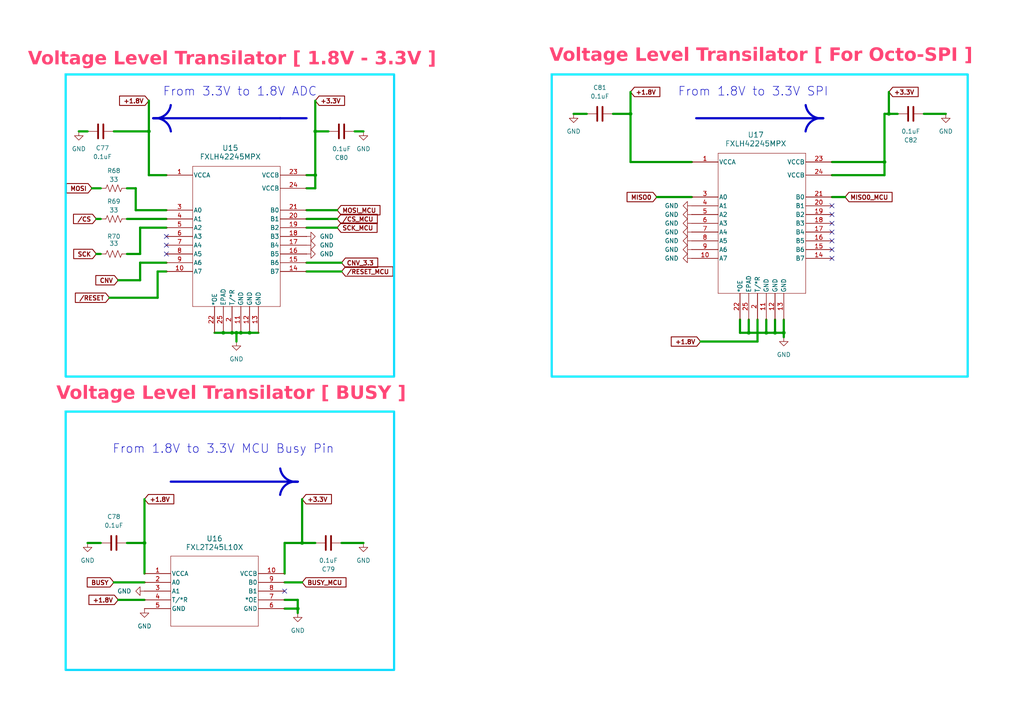
<source format=kicad_sch>
(kicad_sch (version 20250114) (generator "eeschema") (generator_version "9.0")
  (paper "A4")
  (title_block (title "NanoPulse - Violtage Translator") (date "2025-07-11") (rev "Rev1") (company "N-Well Labs\n\n"))
  (lib_symbols
    (symbol "FXLH42245MPX_1" (pin_names (offset 0.254))
      (property "Reference" "U15" (at 41.402 -11.176 0))
      (property "Value" "FXLH42245MPX" (at 41.402 -13.716 0))
      (symbol "FXLH42245MPX_1_0_1"
        (polyline (pts (xy 30.48 -16.51) (xy 30.48 -57.15)) (stroke (width 0.127)))
        (polyline (pts (xy 30.48 -57.15) (xy 55.88 -57.15)) (stroke (width 0.127)))
        (polyline (pts (xy 55.88 -16.51) (xy 30.48 -16.51)) (stroke (width 0.127)))
        (polyline (pts (xy 55.88 -57.15) (xy 55.88 -16.51)) (stroke (width 0.127)))
        (pin power_in line (at 22.86 -19.05 0) (length 7.62) (name "VCCA") (number "1"))
        (pin bidirectional line (at 22.86 -29.21 0) (length 7.62) (name "A0") (number "3"))
        (pin bidirectional line (at 22.86 -31.75 0) (length 7.62) (name "A1") (number "4"))
        (pin bidirectional line (at 22.86 -34.29 0) (length 7.62) (name "A2") (number "5"))
        (pin bidirectional line (at 22.86 -36.83 0) (length 7.62) (name "A3") (number "6"))
        (pin bidirectional line (at 22.86 -39.37 0) (length 7.62) (name "A4") (number "7"))
        (pin bidirectional line (at 22.86 -41.91 0) (length 7.62) (name "A5") (number "8"))
        (pin bidirectional line (at 22.86 -44.45 0) (length 7.62) (name "A6") (number "9"))
        (pin bidirectional line (at 22.86 -46.99 0) (length 7.62) (name "A7") (number "10"))
        (pin power_in line (at 63.5 -19.05 180) (length 7.62) (name "VCCB") (number "23"))
        (pin power_in line (at 63.5 -22.86 180) (length 7.62) (name "VCCB") (number "24"))
        (pin bidirectional line (at 63.5 -29.21 180) (length 7.62) (name "B0") (number "21"))
        (pin bidirectional line (at 63.5 -31.75 180) (length 7.62) (name "B1") (number "20"))
        (pin bidirectional line (at 63.5 -34.29 180) (length 7.62) (name "B2") (number "19"))
        (pin bidirectional line (at 63.5 -36.83 180) (length 7.62) (name "B3") (number "18"))
        (pin bidirectional line (at 63.5 -39.37 180) (length 7.62) (name "B4") (number "17"))
        (pin bidirectional line (at 63.5 -41.91 180) (length 7.62) (name "B5") (number "16"))
        (pin bidirectional line (at 63.5 -44.45 180) (length 7.62) (name "B6") (number "15"))
        (pin bidirectional line (at 63.5 -46.99 180) (length 7.62) (name "B7") (number "14"))
      )
      (symbol "FXLH42245MPX_1_1_1"
        (pin power_in line (at 36.83 -64.77 90) (length 7.62) (name "*OE") (number "22"))
        (pin passive line (at 39.37 -64.77 90) (length 7.62) (name "EPAD") (number "25"))
        (pin power_in line (at 41.91 -64.77 90) (length 7.62) (name "T/*R") (number "2"))
        (pin power_in line (at 44.45 -64.77 90) (length 7.62) (name "GND") (number "11"))
        (pin power_in line (at 46.99 -64.77 90) (length 7.62) (name "GND") (number "12"))
        (pin power_in line (at 49.53 -64.77 90) (length 7.62) (name "GND") (number "13"))
      )
    )
    (symbol "majed-symbols:C" (pin_numbers (hide yes)) (pin_names (offset 0.254))
      (property "Reference" "C" (at 0.635 2.54 0))
      (property "Value" "C" (at 0.635 -2.54 0))
      (symbol "C_0_1"
        (polyline (pts (xy -2.032 0.762) (xy 2.032 0.762)) (stroke (width 0.508)))
        (polyline (pts (xy -2.032 -0.762) (xy 2.032 -0.762)) (stroke (width 0.508)))
      )
      (symbol "C_1_1"
        (pin passive line (at 0 3.81 270) (length 2.794) (name "~") (number "1"))
        (pin passive line (at 0 -3.81 90) (length 2.794) (name "~") (number "2"))
      )
    )
    (symbol "majed-symbols:FXL2T245L10X" (pin_names (offset 0.254))
      (property "Reference" "U16" (at 20.32 10.16 0))
      (property "Value" "FXL2T245L10X" (at 20.32 7.62 0))
      (symbol "FXL2T245L10X_0_1"
        (polyline (pts (xy 7.62 5.08) (xy 7.62 -15.24)) (stroke (width 0.127)))
        (polyline (pts (xy 7.62 -15.24) (xy 33.02 -15.24)) (stroke (width 0.127)))
        (polyline (pts (xy 33.02 5.08) (xy 7.62 5.08)) (stroke (width 0.127)))
        (polyline (pts (xy 33.02 -15.24) (xy 33.02 5.08)) (stroke (width 0.127)))
        (pin power_in line (at 0 0 0) (length 7.62) (name "VCCA") (number "1"))
        (pin bidirectional line (at 0 -2.54 0) (length 7.62) (name "A0") (number "2"))
        (pin power_in line (at 40.64 0 180) (length 7.62) (name "VCCB") (number "10"))
        (pin bidirectional line (at 40.64 -2.54 180) (length 7.62) (name "B0") (number "9"))
      )
      (symbol "FXL2T245L10X_1_1"
        (pin bidirectional line (at 0 -5.08 0) (length 7.62) (name "A1") (number "3"))
        (pin power_in line (at 0 -7.62 0) (length 7.62) (name "T/*R") (number "4"))
        (pin power_in line (at 0 -10.16 0) (length 7.62) (name "GND") (number "5"))
        (pin bidirectional line (at 40.64 -5.08 180) (length 7.62) (name "B1") (number "8"))
        (pin passive line (at 40.64 -7.62 180) (length 7.62) (name "*OE") (number "7"))
        (pin power_in line (at 40.64 -10.16 180) (length 7.62) (name "GND") (number "6"))
      )
    )
    (symbol "majed-symbols:FXLH42245MPX" (pin_names (offset 0.254))
      (property "Reference" "U15" (at 41.402 -11.176 0))
      (property "Value" "FXLH42245MPX" (at 41.402 -13.716 0))
      (symbol "FXLH42245MPX_0_1"
        (polyline (pts (xy 30.48 -16.51) (xy 30.48 -57.15)) (stroke (width 0.127)))
        (polyline (pts (xy 30.48 -57.15) (xy 55.88 -57.15)) (stroke (width 0.127)))
        (polyline (pts (xy 55.88 -16.51) (xy 30.48 -16.51)) (stroke (width 0.127)))
        (polyline (pts (xy 55.88 -57.15) (xy 55.88 -16.51)) (stroke (width 0.127)))
        (pin power_in line (at 22.86 -19.05 0) (length 7.62) (name "VCCA") (number "1"))
        (pin bidirectional line (at 22.86 -29.21 0) (length 7.62) (name "A0") (number "3"))
        (pin bidirectional line (at 22.86 -31.75 0) (length 7.62) (name "A1") (number "4"))
        (pin bidirectional line (at 22.86 -34.29 0) (length 7.62) (name "A2") (number "5"))
        (pin bidirectional line (at 22.86 -36.83 0) (length 7.62) (name "A3") (number "6"))
        (pin bidirectional line (at 22.86 -39.37 0) (length 7.62) (name "A4") (number "7"))
        (pin bidirectional line (at 22.86 -41.91 0) (length 7.62) (name "A5") (number "8"))
        (pin bidirectional line (at 22.86 -44.45 0) (length 7.62) (name "A6") (number "9"))
        (pin bidirectional line (at 22.86 -46.99 0) (length 7.62) (name "A7") (number "10"))
        (pin power_in line (at 63.5 -19.05 180) (length 7.62) (name "VCCB") (number "23"))
        (pin power_in line (at 63.5 -22.86 180) (length 7.62) (name "VCCB") (number "24"))
        (pin bidirectional line (at 63.5 -29.21 180) (length 7.62) (name "B0") (number "21"))
        (pin bidirectional line (at 63.5 -31.75 180) (length 7.62) (name "B1") (number "20"))
        (pin bidirectional line (at 63.5 -34.29 180) (length 7.62) (name "B2") (number "19"))
        (pin bidirectional line (at 63.5 -36.83 180) (length 7.62) (name "B3") (number "18"))
        (pin bidirectional line (at 63.5 -39.37 180) (length 7.62) (name "B4") (number "17"))
        (pin bidirectional line (at 63.5 -41.91 180) (length 7.62) (name "B5") (number "16"))
        (pin bidirectional line (at 63.5 -44.45 180) (length 7.62) (name "B6") (number "15"))
        (pin bidirectional line (at 63.5 -46.99 180) (length 7.62) (name "B7") (number "14"))
      )
      (symbol "FXLH42245MPX_1_1"
        (pin power_in line (at 36.83 -64.77 90) (length 7.62) (name "*OE") (number "22"))
        (pin passive line (at 39.37 -64.77 90) (length 7.62) (name "EPAD") (number "25"))
        (pin power_in line (at 41.91 -64.77 90) (length 7.62) (name "T/*R") (number "2"))
        (pin power_in line (at 44.45 -64.77 90) (length 7.62) (name "GND") (number "11"))
        (pin power_in line (at 46.99 -64.77 90) (length 7.62) (name "GND") (number "12"))
        (pin power_in line (at 49.53 -64.77 90) (length 7.62) (name "GND") (number "13"))
      )
    )
    (symbol "majed-symbols:GND" (power) (pin_numbers (hide yes)) (pin_names (offset 0) (hide yes))
      (property "Value" "GND" (at 0 -3.81 0))
      (symbol "GND_0_1"
        (polyline (pts (xy 0 0) (xy 0 -1.27) (xy 1.27 -1.27) (xy 0 -2.54) (xy -1.27 -1.27) (xy 0 -1.27)))
      )
      (symbol "GND_1_1"
        (pin power_in line (at 0 0 270) (length 0) (name "~") (number "1"))
      )
    )
    (symbol "majed-symbols:R_US" (pin_numbers (hide yes)) (pin_names (offset 0))
      (property "Reference" "R" (at 2.54 0 90))
      (property "Value" "R_US" (at -2.54 0 90))
      (symbol "R_US_0_1"
        (polyline (pts (xy 0 2.286) (xy 0 2.54)))
        (polyline (pts (xy 0 2.286) (xy 1.016 1.905) (xy 0 1.524) (xy -1.016 1.143) (xy 0 0.762)))
        (polyline (pts (xy 0 0.762) (xy 1.016 0.381) (xy 0 0) (xy -1.016 -0.381) (xy 0 -0.762)))
        (polyline (pts (xy 0 -0.762) (xy 1.016 -1.143) (xy 0 -1.524) (xy -1.016 -1.905) (xy 0 -2.286)))
        (polyline (pts (xy 0 -2.286) (xy 0 -2.54)))
      )
      (symbol "R_US_1_1"
        (pin passive line (at 0 3.81 270) (length 1.27) (name "~") (number "1"))
        (pin passive line (at 0 -3.81 90) (length 1.27) (name "~") (number "2"))
      )
    )
  )
  (arc (start 81.2523 143.5239) (mid 83.0022 140.5659) (end 86.3323 139.7139) (stroke (width 0.635)))
  (arc (start 44.4777 34.3039) (mid 47.8117 35.1534) (end 49.5577 38.1139) (stroke (width 0.635)))
  (arc (start 238.76 34.29) (mid 235.4309 33.4371) (end 233.68 30.48) (stroke (width 0.635)))
  (rectangle (start 19.05 21.59) (end 114.3 109.22) (stroke (width 0.635) (color 14 220 255 1)))
  (arc (start 86.36 139.7) (mid 83.0309 138.8471) (end 81.28 135.89) (stroke (width 0.635)))
  (arc (start 233.6523 38.1139) (mid 235.4022 35.1559) (end 238.7323 34.3039) (stroke (width 0.635)))
  (arc (start 49.53 30.48) (mid 47.7801 33.438) (end 44.45 34.29) (stroke (width 0.635)))
  (rectangle (start 19.05 119.38) (end 114.3 194.31) (stroke (width 0.635) (color 14 220 255 1)))
  (rectangle (start 160.02 21.59) (end 280.67 109.22) (stroke (width 0.635) (color 14 220 255 1)))
  (text "Voltage Level Transilator [ BUSY ]" (at 67.056 115.316 0) (effects (font (size 3.81 3.81) (bold yes))))
  (text "Voltage Level Transilator [ 1.8V - 3.3V ]" (at 67.31 18.288 0) (effects (font (size 3.81 3.81) (bold yes))))
  (text "Voltage Level Transilator [ For Octo-SPI ]" (at 220.726 17.272 0) (effects (font (size 3.81 3.81) (bold yes))))
  (text "From 3.3V to 1.8V ADC" (at 69.596 26.67 0) (effects (font (size 2.54 2.54))))
  (text "From 1.8V to 3.3V MCU Busy Pin" (at 64.77 130.302 0) (effects (font (size 2.54 2.54))))
  (text "From 1.8V to 3.3V SPI" (at 218.44 26.67 0) (effects (font (size 2.54 2.54))))
  (junction (at 43.18 38.1))
  (junction (at 86.36 176.53))
  (junction (at 67.31 96.52))
  (junction (at 41.91 157.48))
  (junction (at 217.17 96.52))
  (junction (at 222.25 96.52))
  (junction (at 87.63 157.48))
  (junction (at 224.79 96.52))
  (junction (at 69.85 96.52))
  (junction (at 182.88 33.02))
  (junction (at 256.54 46.99))
  (junction (at 64.77 96.52))
  (junction (at 227.33 96.52))
  (junction (at 91.44 38.1))
  (junction (at 257.81 33.02))
  (junction (at 72.39 96.52))
  (junction (at 91.44 50.8))
  (junction (at 68.58 96.52))
  (no_connect (at 241.3 69.85))
  (no_connect (at 241.3 67.31))
  (no_connect (at 241.3 62.23))
  (no_connect (at 241.3 59.69))
  (no_connect (at 241.3 72.39))
  (no_connect (at 48.26 68.58))
  (no_connect (at 48.26 73.66))
  (no_connect (at 241.3 74.93))
  (no_connect (at 241.3 64.77))
  (no_connect (at 48.26 71.12))
  (no_connect (at 82.55 171.45))
  (wire (pts (xy 91.44 157.48) (xy 87.63 157.48)) (stroke (width 0.635)))
  (wire (pts (xy 36.83 73.66) (xy 40.64 73.66)) (stroke (width 0.635)))
  (wire (pts (xy 182.88 26.67) (xy 182.88 33.02)) (stroke (width 0.635)))
  (wire (pts (xy 82.55 157.48) (xy 82.55 166.37)) (stroke (width 0.635)))
  (polyline (pts (xy 81.28 34.29) (xy 44.45 34.29)) (stroke (width 0.635)))
  (wire (pts (xy 241.3 46.99) (xy 256.54 46.99)) (stroke (width 0.635)))
  (wire (pts (xy 95.25 38.1) (xy 91.44 38.1)) (stroke (width 0.635)))
  (wire (pts (xy 224.79 92.71) (xy 224.79 96.52)) (stroke (width 0.635)))
  (wire (pts (xy 182.88 33.02) (xy 182.88 46.99)) (stroke (width 0.635)))
  (wire (pts (xy 86.36 176.53) (xy 86.36 177.8)) (stroke (width 0.635)))
  (polyline (pts (xy 201.93 34.29) (xy 238.76 34.29)) (stroke (width 0.635)))
  (wire (pts (xy 43.18 50.8) (xy 48.26 50.8)) (stroke (width 0.635)))
  (wire (pts (xy 67.31 96.52) (xy 68.58 96.52)) (stroke (width 0.635)))
  (wire (pts (xy 177.8 33.02) (xy 182.88 33.02)) (stroke (width 0.635)))
  (wire (pts (xy 99.06 76.2) (xy 88.9 76.2)) (stroke (width 0.635)))
  (wire (pts (xy 97.79 63.5) (xy 88.9 63.5)) (stroke (width 0.635)))
  (wire (pts (xy 203.2 99.06) (xy 219.71 99.06)) (stroke (width 0.635)))
  (wire (pts (xy 41.91 157.48) (xy 41.91 166.37)) (stroke (width 0.635)))
  (wire (pts (xy 91.44 29.21) (xy 91.44 38.1)) (stroke (width 0.635)))
  (wire (pts (xy 91.44 50.8) (xy 91.44 54.61)) (stroke (width 0.635)))
  (wire (pts (xy 36.83 54.61) (xy 39.37 54.61)) (stroke (width 0.635)))
  (wire (pts (xy 88.9 50.8) (xy 91.44 50.8)) (stroke (width 0.635)))
  (wire (pts (xy 214.63 96.52) (xy 217.17 96.52)) (stroke (width 0.635)))
  (wire (pts (xy 87.63 144.78) (xy 87.63 157.48)) (stroke (width 0.635)))
  (wire (pts (xy 34.29 81.28) (xy 40.64 81.28)) (stroke (width 0.635)))
  (wire (pts (xy 48.26 78.74) (xy 45.72 78.74)) (stroke (width 0.635)))
  (wire (pts (xy 86.36 173.99) (xy 86.36 176.53)) (stroke (width 0.635)))
  (wire (pts (xy 82.55 173.99) (xy 86.36 173.99)) (stroke (width 0.635)))
  (wire (pts (xy 39.37 60.96) (xy 48.26 60.96)) (stroke (width 0.635)))
  (wire (pts (xy 260.35 33.02) (xy 257.81 33.02)) (stroke (width 0.635)))
  (wire (pts (xy 91.44 54.61) (xy 88.9 54.61)) (stroke (width 0.635)))
  (wire (pts (xy 166.37 33.02) (xy 170.18 33.02)) (stroke (width 0.635)))
  (wire (pts (xy 48.26 76.2) (xy 40.64 76.2)) (stroke (width 0.635)))
  (wire (pts (xy 41.91 144.78) (xy 41.91 157.48)) (stroke (width 0.635)))
  (wire (pts (xy 217.17 92.71) (xy 217.17 96.52)) (stroke (width 0.635)))
  (wire (pts (xy 256.54 33.02) (xy 256.54 46.99)) (stroke (width 0.635)))
  (wire (pts (xy 222.25 92.71) (xy 222.25 96.52)) (stroke (width 0.635)))
  (wire (pts (xy 68.58 99.06) (xy 68.58 96.52)) (stroke (width 0.635)))
  (wire (pts (xy 214.63 96.52) (xy 214.63 92.71)) (stroke (width 0.635)))
  (polyline (pts (xy 81.28 34.29) (xy 88.9 34.29)) (stroke (width 0.635)))
  (wire (pts (xy 29.21 73.66) (xy 27.94 73.66)) (stroke (width 0.635)))
  (wire (pts (xy 227.33 97.79) (xy 227.33 96.52)) (stroke (width 0.635)))
  (wire (pts (xy 200.66 46.99) (xy 182.88 46.99)) (stroke (width 0.635)))
  (wire (pts (xy 82.55 157.48) (xy 87.63 157.48)) (stroke (width 0.635)))
  (wire (pts (xy 72.39 96.52) (xy 74.93 96.52)) (stroke (width 0.635)))
  (wire (pts (xy 26.67 54.61) (xy 29.21 54.61)) (stroke (width 0.635)))
  (wire (pts (xy 43.18 38.1) (xy 43.18 50.8)) (stroke (width 0.635)))
  (wire (pts (xy 45.72 86.36) (xy 31.75 86.36)) (stroke (width 0.635)))
  (wire (pts (xy 97.79 60.96) (xy 88.9 60.96)) (stroke (width 0.635)))
  (wire (pts (xy 105.41 157.48) (xy 99.06 157.48)) (stroke (width 0.635)))
  (wire (pts (xy 33.02 168.91) (xy 41.91 168.91)) (stroke (width 0.635)))
  (wire (pts (xy 257.81 26.67) (xy 257.81 33.02)) (stroke (width 0.635)))
  (wire (pts (xy 97.79 66.04) (xy 88.9 66.04)) (stroke (width 0.635)))
  (wire (pts (xy 190.5 57.15) (xy 200.66 57.15)) (stroke (width 0.635)))
  (wire (pts (xy 105.41 38.1) (xy 102.87 38.1)) (stroke (width 0.635)))
  (wire (pts (xy 227.33 92.71) (xy 227.33 96.52)) (stroke (width 0.635)))
  (wire (pts (xy 45.72 78.74) (xy 45.72 86.36)) (stroke (width 0.635)))
  (wire (pts (xy 91.44 38.1) (xy 91.44 50.8)) (stroke (width 0.635)))
  (wire (pts (xy 217.17 96.52) (xy 222.25 96.52)) (stroke (width 0.635)))
  (wire (pts (xy 43.18 29.21) (xy 43.18 38.1)) (stroke (width 0.635)))
  (wire (pts (xy 62.23 96.52) (xy 64.77 96.52)) (stroke (width 0.635)))
  (wire (pts (xy 224.79 96.52) (xy 227.33 96.52)) (stroke (width 0.635)))
  (wire (pts (xy 241.3 50.8) (xy 256.54 50.8)) (stroke (width 0.635)))
  (wire (pts (xy 99.06 78.74) (xy 88.9 78.74)) (stroke (width 0.635)))
  (wire (pts (xy 245.11 57.15) (xy 241.3 57.15)) (stroke (width 0.635)))
  (wire (pts (xy 40.64 73.66) (xy 40.64 66.04)) (stroke (width 0.635)))
  (wire (pts (xy 219.71 99.06) (xy 219.71 92.71)) (stroke (width 0.635)))
  (wire (pts (xy 64.77 96.52) (xy 67.31 96.52)) (stroke (width 0.635)))
  (wire (pts (xy 256.54 46.99) (xy 256.54 50.8)) (stroke (width 0.635)))
  (wire (pts (xy 69.85 96.52) (xy 72.39 96.52)) (stroke (width 0.635)))
  (wire (pts (xy 82.55 176.53) (xy 86.36 176.53)) (stroke (width 0.635)))
  (wire (pts (xy 87.63 168.91) (xy 82.55 168.91)) (stroke (width 0.635)))
  (wire (pts (xy 34.29 173.99) (xy 41.91 173.99)) (stroke (width 0.635)))
  (wire (pts (xy 39.37 54.61) (xy 39.37 60.96)) (stroke (width 0.635)))
  (wire (pts (xy 274.32 33.02) (xy 267.97 33.02)) (stroke (width 0.635)))
  (wire (pts (xy 40.64 66.04) (xy 48.26 66.04)) (stroke (width 0.635)))
  (wire (pts (xy 41.91 157.48) (xy 36.83 157.48)) (stroke (width 0.635)))
  (wire (pts (xy 33.02 38.1) (xy 43.18 38.1)) (stroke (width 0.635)))
  (polyline (pts (xy 49.53 139.7) (xy 86.36 139.7)) (stroke (width 0.635)))
  (wire (pts (xy 40.64 76.2) (xy 40.64 81.28)) (stroke (width 0.635)))
  (wire (pts (xy 68.58 96.52) (xy 69.85 96.52)) (stroke (width 0.635)))
  (wire (pts (xy 29.21 63.5) (xy 27.94 63.5)) (stroke (width 0.635)))
  (wire (pts (xy 25.4 157.48) (xy 29.21 157.48)) (stroke (width 0.635)))
  (wire (pts (xy 36.83 63.5) (xy 48.26 63.5)) (stroke (width 0.635)))
  (wire (pts (xy 222.25 96.52) (xy 224.79 96.52)) (stroke (width 0.635)))
  (wire (pts (xy 22.86 38.1) (xy 25.4 38.1)) (stroke (width 0.635)))
  (wire (pts (xy 257.81 33.02) (xy 256.54 33.02)) (stroke (width 0.635)))
  (global_label "MISO0_MCU" (shape input) (at 245.11 57.15 0) (effects (font (bold yes))) (property "Intersheetrefs" "${INTERSHEET_REFS}" (effects (hide yes))))
  (global_label "+3.3V" (shape input) (at 91.44 29.21 0) (effects (font (bold yes))) (property "Intersheetrefs" "${INTERSHEET_REFS}" (effects (hide yes))))
  (global_label "BUSY_MCU" (shape input) (at 87.63 168.91 0) (effects (font (bold yes))) (property "Intersheetrefs" "${INTERSHEET_REFS}" (effects (hide yes))) (property "Disc" "VIO" (effects (hide yes))))
  (global_label "+1.8V" (shape input) (at 182.88 26.67 0) (effects (font (bold yes))) (property "Intersheetrefs" "${INTERSHEET_REFS}" (effects (hide yes))) (property "Disc" "VIO" (effects (hide yes))))
  (global_label "MOSI_MCU" (shape input) (at 97.79 60.96 0) (effects (font (bold yes))) (property "Intersheetrefs" "${INTERSHEET_REFS}" (effects (hide yes))))
  (global_label "{slash}RESET" (shape input) (at 31.75 86.36 180) (effects (font (bold yes))) (property "Intersheetrefs" "${INTERSHEET_REFS}" (effects (hide yes))))
  (global_label "+1.8V" (shape input) (at 43.18 29.21 180) (effects (font (bold yes))) (property "Intersheetrefs" "${INTERSHEET_REFS}" (effects (hide yes))) (property "Disc" "VIO" (effects (hide yes))))
  (global_label "+1.8V" (shape input) (at 41.91 144.78 0) (effects (font (bold yes))) (property "Intersheetrefs" "${INTERSHEET_REFS}" (effects (hide yes))) (property "Disc" "VIO" (effects (hide yes))))
  (global_label "BUSY" (shape input) (at 33.02 168.91 180) (effects (font (bold yes))) (property "Intersheetrefs" "${INTERSHEET_REFS}" (effects (hide yes))) (property "Disc" "VIO" (effects (hide yes))))
  (global_label "CNV" (shape input) (at 34.29 81.28 180) (effects (font (bold yes))) (property "Intersheetrefs" "${INTERSHEET_REFS}" (effects (hide yes))))
  (global_label "+3.3V" (shape input) (at 257.81 26.67 0) (effects (font (bold yes))) (property "Intersheetrefs" "${INTERSHEET_REFS}" (effects (hide yes))))
  (global_label "{slash}RESET_MCU" (shape input) (at 99.06 78.74 0) (effects (font (bold yes))) (property "Intersheetrefs" "${INTERSHEET_REFS}" (effects (hide yes))))
  (global_label "+1.8V" (shape input) (at 34.29 173.99 180) (effects (font (bold yes))) (property "Intersheetrefs" "${INTERSHEET_REFS}" (effects (hide yes))) (property "Disc" "VIO" (effects (hide yes))))
  (global_label "CNV_3.3" (shape input) (at 99.06 76.2 0) (effects (font (bold yes))) (property "Intersheetrefs" "${INTERSHEET_REFS}" (effects (hide yes))))
  (global_label "+3.3V" (shape input) (at 87.63 144.78 0) (effects (font (bold yes))) (property "Intersheetrefs" "${INTERSHEET_REFS}" (effects (hide yes))))
  (global_label "SCK_MCU" (shape input) (at 97.79 66.04 0) (effects (font (bold yes))) (property "Intersheetrefs" "${INTERSHEET_REFS}" (effects (hide yes))))
  (global_label "+1.8V" (shape input) (at 203.2 99.06 180) (effects (font (bold yes))) (property "Intersheetrefs" "${INTERSHEET_REFS}" (effects (hide yes))))
  (global_label "MISO0" (shape input) (at 190.5 57.15 180) (effects (font (bold yes))) (property "Intersheetrefs" "${INTERSHEET_REFS}" (effects (hide yes))))
  (global_label "{slash}CS_MCU" (shape input) (at 97.79 63.5 0) (effects (font (bold yes))) (property "Intersheetrefs" "${INTERSHEET_REFS}" (effects (hide yes))))
  (global_label "SCK" (shape input) (at 27.94 73.66 180) (effects (font (bold yes))) (property "Intersheetrefs" "${INTERSHEET_REFS}" (effects (hide yes))))
  (global_label "MOSI" (shape input) (at 26.67 54.61 180) (effects (font (bold yes))) (property "Intersheetrefs" "${INTERSHEET_REFS}" (effects (hide yes))))
  (global_label "{slash}CS" (shape input) (at 27.94 63.5 180) (effects (font (bold yes))) (property "Intersheetrefs" "${INTERSHEET_REFS}" (effects (hide yes))))
  (symbol (lib_id "majed-symbols:GND") (at 88.9 71.12 90) (unit 1)
    (property "Reference" "#PWR0142" (effects (hide yes)))
    (property "Value" "GND" (at 92.71 71.1201 90) (effects (justify right)))
    (property "Description" "Power symbol creates a global label with name \"GND\" , ground" (effects (hide yes)))
  )
  (symbol (lib_id "majed-symbols:C") (at 99.06 38.1 90) (unit 1)
    (property "Reference" "C80" (at 99.06 45.72 90))
    (property "Value" "0.1uF" (at 99.06 43.18 90))
    (property "Footprint" "Capacitor_SMD:C_0603_1608Metric" (effects (hide yes)))
    (property "Description" "Unpolarized capacitor" (effects (hide yes)))
    (property "Manufacturer" "YAGEO " (effects (hide yes)))
    (property "Digikey" "311-1088-1-ND" (effects (hide yes)))
    (property "Mfg part #" "CC0603KRX7R7BB104" (effects (hide yes)))
  )
  (symbol (lib_id "majed-symbols:C") (at 29.21 38.1 270) (unit 1)
    (property "Reference" "C77" (at 29.718 42.926 90))
    (property "Value" "0.1uF" (at 29.718 45.466 90))
    (property "Footprint" "Capacitor_SMD:C_0603_1608Metric" (effects (hide yes)))
    (property "Description" "Unpolarized capacitor" (effects (hide yes)))
    (property "Manufacturer" "YAGEO " (effects (hide yes)))
    (property "Digikey" "311-1088-1-ND" (effects (hide yes)))
    (property "Mfg part #" "CC0603KRX7R7BB104" (effects (hide yes)))
  )
  (symbol (lib_id "majed-symbols:GND") (at 200.66 62.23 270) (unit 1)
    (property "Reference" "#PWR0157" (effects (hide yes)))
    (property "Value" "GND" (at 196.85 62.2299 90) (effects (justify right)))
    (property "Description" "Power symbol creates a global label with name \"GND\" , ground" (effects (hide yes)))
  )
  (symbol (lib_id "majed-symbols:GND") (at 86.36 177.8 0) (unit 1)
    (property "Reference" "#PWR0139" (effects (hide yes)))
    (property "Value" "GND" (at 86.36 182.88 0))
    (property "Description" "Power symbol creates a global label with name \"GND\" , ground" (effects (hide yes)))
  )
  (symbol (lib_id "majed-symbols:GND") (at 200.66 64.77 270) (unit 1)
    (property "Reference" "#PWR0158" (effects (hide yes)))
    (property "Value" "GND" (at 196.85 64.7699 90) (effects (justify right)))
    (property "Description" "Power symbol creates a global label with name \"GND\" , ground" (effects (hide yes)))
  )
  (symbol (lib_id "majed-symbols:GND") (at 88.9 73.66 90) (unit 1)
    (property "Reference" "#PWR0140" (effects (hide yes)))
    (property "Value" "GND" (at 92.71 73.6601 90) (effects (justify right)))
    (property "Description" "Power symbol creates a global label with name \"GND\" , ground" (effects (hide yes)))
  )
  (symbol (lib_id "majed-symbols:R_US") (at 33.02 63.5 90) (unit 1)
    (property "Reference" "R69" (at 33.02 58.42 90))
    (property "Value" "33" (at 33.02 60.96 90))
    (property "Footprint" "Resistor_SMD:R_0603_1608Metric" (effects (hide yes)))
    (property "Description" "Resistor, US symbol" (effects (hide yes)))
    (property "Manufacturer" "YAGEO" (effects (hide yes)))
    (property "Digikey" "311-33GRCT-ND" (effects (hide yes)))
    (property "Mfg part #" "RC0603FR-072KL" (effects (hide yes)))
  )
  (symbol (lib_id "majed-symbols:C") (at 264.16 33.02 90) (unit 1)
    (property "Reference" "C82" (at 264.16 40.64 90))
    (property "Value" "0.1uF" (at 264.16 38.1 90))
    (property "Footprint" "Capacitor_SMD:C_0603_1608Metric" (effects (hide yes)))
    (property "Description" "Unpolarized capacitor" (effects (hide yes)))
    (property "Manufacturer" "YAGEO " (effects (hide yes)))
    (property "Digikey" "311-1088-1-ND" (effects (hide yes)))
    (property "Mfg part #" "CC0603KRX7R7BB104" (effects (hide yes)))
  )
  (symbol (lib_id "majed-symbols:GND") (at 22.86 38.1 0) (unit 1)
    (property "Reference" "#PWR0134" (effects (hide yes)))
    (property "Value" "GND" (at 22.86 43.18 0))
    (property "Description" "Power symbol creates a global label with name \"GND\" , ground" (effects (hide yes)))
  )
  (symbol (lib_id "majed-symbols:C") (at 33.02 157.48 270) (unit 1)
    (property "Reference" "C78" (at 33.02 149.86 90))
    (property "Value" "0.1uF" (at 33.02 152.4 90))
    (property "Footprint" "Capacitor_SMD:C_0603_1608Metric" (effects (hide yes)))
    (property "Description" "Unpolarized capacitor" (effects (hide yes)))
    (property "Manufacturer" "YAGEO " (effects (hide yes)))
    (property "Digikey" "311-1088-1-ND" (effects (hide yes)))
    (property "Mfg part #" "CC0603KRX7R7BB104" (effects (hide yes)))
  )
  (symbol (lib_id "majed-symbols:FXLH42245MPX") (at 177.8 27.94 0) (unit 1)
    (property "Reference" "U17" (at 219.202 39.116 0) (effects (font (size 1.524 1.524))))
    (property "Value" "FXLH42245MPX" (at 219.202 41.656 0) (effects (font (size 1.524 1.524))))
    (property "Footprint" "Majed-footprints:MLP24_4P5X3P5_ONS" (effects (hide yes)))
    (property "Datasheet" "https://www.onsemi.com/pdf/datasheet/fxlh42245-d.pdf" (effects (hide yes)))
    (property "Description" "IC TRANSLTR BIDIRECTIONAL 24MLP, IC TRANSLTR BIDIRECTIONAL 24MLP" (effects (hide yes)))
    (property "Digikey" "FXLH42245MPXCT-ND" (effects (hide yes)))
    (property "Manufacturer" "onsemi " (effects (hide yes)))
    (property "Mfg part #" "FXLH42245MPX" (effects (hide yes)))
  )
  (symbol (lib_id "majed-symbols:GND") (at 200.66 59.69 270) (unit 1)
    (property "Reference" "#PWR0156" (effects (hide yes)))
    (property "Value" "GND" (at 196.85 59.6899 90) (effects (justify right)))
    (property "Description" "Power symbol creates a global label with name \"GND\" , ground" (effects (hide yes)))
  )
  (symbol (lib_id "majed-symbols:GND") (at 105.41 157.48 0) (unit 1)
    (property "Reference" "#PWR0144" (effects (hide yes)))
    (property "Value" "GND" (at 105.41 162.56 0))
    (property "Description" "Power symbol creates a global label with name \"GND\" , ground" (effects (hide yes)))
  )
  (symbol (lib_id "majed-symbols:GND") (at 274.32 33.02 0) (unit 1)
    (property "Reference" "#PWR0147" (effects (hide yes)))
    (property "Value" "GND" (at 274.32 38.1 0))
    (property "Description" "Power symbol creates a global label with name \"GND\" , ground" (effects (hide yes)))
  )
  (symbol (lib_id "majed-symbols:GND") (at 105.41 38.1 0) (unit 1)
    (property "Reference" "#PWR0143" (effects (hide yes)))
    (property "Value" "GND" (at 105.41 43.18 0))
    (property "Description" "Power symbol creates a global label with name \"GND\" , ground" (effects (hide yes)))
  )
  (symbol (lib_id "majed-symbols:R_US") (at 33.02 73.66 90) (unit 1)
    (property "Reference" "R70" (at 33.02 68.58 90))
    (property "Value" "33" (at 33.02 70.612 90))
    (property "Footprint" "Resistor_SMD:R_0603_1608Metric" (effects (hide yes)))
    (property "Description" "Resistor, US symbol" (effects (hide yes)))
    (property "Manufacturer" "YAGEO" (effects (hide yes)))
    (property "Digikey" "311-33GRCT-ND" (effects (hide yes)))
    (property "Mfg part #" "RC0603FR-072KL" (effects (hide yes)))
  )
  (symbol (lib_id "majed-symbols:GND") (at 200.66 69.85 270) (unit 1)
    (property "Reference" "#PWR0160" (effects (hide yes)))
    (property "Value" "GND" (at 196.85 69.8499 90) (effects (justify right)))
    (property "Description" "Power symbol creates a global label with name \"GND\" , ground" (effects (hide yes)))
  )
  (symbol (lib_name "FXLH42245MPX_1") (lib_id "majed-symbols:FXLH42245MPX_1") (at 25.4 31.75 0) (unit 1)
    (property "Reference" "U15" (at 66.802 42.926 0) (effects (font (size 1.524 1.524))))
    (property "Value" "FXLH42245MPX" (at 66.802 45.466 0) (effects (font (size 1.524 1.524))))
    (property "Footprint" "Majed-footprints:MLP24_4P5X3P5_ONS" (effects (hide yes)))
    (property "Datasheet" "https://www.onsemi.com/pdf/datasheet/fxlh42245-d.pdf" (effects (hide yes)))
    (property "Description" "IC TRANSLTR BIDIRECTIONAL 24MLP, IC TRANSLTR BIDIRECTIONAL 24MLP" (effects (hide yes)))
    (property "Digikey" "FXLH42245MPXCT-ND" (effects (hide yes)))
    (property "Manufacturer" "onsemi " (effects (hide yes)))
    (property "Mfg part #" "FXLH42245MPX" (effects (hide yes)))
  )
  (symbol (lib_id "majed-symbols:GND") (at 41.91 171.45 270) (unit 1)
    (property "Reference" "#PWR0136" (effects (hide yes)))
    (property "Value" "GND" (at 38.1 171.4499 90) (effects (justify right)))
    (property "Description" "Power symbol creates a global label with name \"GND\" , ground" (effects (hide yes)))
  )
  (symbol (lib_id "majed-symbols:GND") (at 200.66 72.39 270) (unit 1)
    (property "Reference" "#PWR0161" (effects (hide yes)))
    (property "Value" "GND" (at 196.85 72.3899 90) (effects (justify right)))
    (property "Description" "Power symbol creates a global label with name \"GND\" , ground" (effects (hide yes)))
  )
  (symbol (lib_id "majed-symbols:R_US") (at 33.02 54.61 90) (unit 1)
    (property "Reference" "R68" (at 33.02 49.53 90))
    (property "Value" "33" (at 33.02 52.07 90))
    (property "Footprint" "Resistor_SMD:R_0603_1608Metric" (effects (hide yes)))
    (property "Description" "Resistor, US symbol" (effects (hide yes)))
    (property "Manufacturer" "YAGEO" (effects (hide yes)))
    (property "Digikey" "311-33GRCT-ND" (effects (hide yes)))
    (property "Mfg part #" "RC0603FR-072KL" (effects (hide yes)))
  )
  (symbol (lib_id "majed-symbols:C") (at 95.25 157.48 90) (unit 1)
    (property "Reference" "C79" (at 95.25 165.1 90))
    (property "Value" "0.1uF" (at 95.25 162.56 90))
    (property "Footprint" "Capacitor_SMD:C_0603_1608Metric" (effects (hide yes)))
    (property "Description" "Unpolarized capacitor" (effects (hide yes)))
    (property "Manufacturer" "YAGEO " (effects (hide yes)))
    (property "Digikey" "311-1088-1-ND" (effects (hide yes)))
    (property "Mfg part #" "CC0603KRX7R7BB104" (effects (hide yes)))
  )
  (symbol (lib_id "majed-symbols:GND") (at 68.58 99.06 0) (unit 1)
    (property "Reference" "#PWR0138" (effects (hide yes)))
    (property "Value" "GND" (at 68.58 104.14 0))
    (property "Description" "Power symbol creates a global label with name \"GND\" , ground" (effects (hide yes)))
  )
  (symbol (lib_id "majed-symbols:GND") (at 41.91 176.53 0) (unit 1)
    (property "Reference" "#PWR0137" (effects (hide yes)))
    (property "Value" "GND" (at 41.91 181.61 0))
    (property "Description" "Power symbol creates a global label with name \"GND\" , ground" (effects (hide yes)))
  )
  (symbol (lib_id "majed-symbols:C") (at 173.99 33.02 270) (unit 1)
    (property "Reference" "C81" (at 173.99 25.4 90))
    (property "Value" "0.1uF" (at 173.99 27.94 90))
    (property "Footprint" "Capacitor_SMD:C_0603_1608Metric" (effects (hide yes)))
    (property "Description" "Unpolarized capacitor" (effects (hide yes)))
    (property "Manufacturer" "YAGEO " (effects (hide yes)))
    (property "Digikey" "311-1088-1-ND" (effects (hide yes)))
    (property "Mfg part #" "CC0603KRX7R7BB104" (effects (hide yes)))
  )
  (symbol (lib_id "majed-symbols:GND") (at 166.37 33.02 0) (unit 1)
    (property "Reference" "#PWR0145" (effects (hide yes)))
    (property "Value" "GND" (at 166.37 38.1 0))
    (property "Description" "Power symbol creates a global label with name \"GND\" , ground" (effects (hide yes)))
  )
  (symbol (lib_id "majed-symbols:GND") (at 227.33 97.79 0) (unit 1)
    (property "Reference" "#PWR0146" (effects (hide yes)))
    (property "Value" "GND" (at 227.33 102.87 0))
    (property "Description" "Power symbol creates a global label with name \"GND\" , ground" (effects (hide yes)))
  )
  (symbol (lib_id "majed-symbols:GND") (at 88.9 68.58 90) (unit 1)
    (property "Reference" "#PWR0141" (effects (hide yes)))
    (property "Value" "GND" (at 92.71 68.5801 90) (effects (justify right)))
    (property "Description" "Power symbol creates a global label with name \"GND\" , ground" (effects (hide yes)))
  )
  (symbol (lib_id "majed-symbols:GND") (at 25.4 157.48 0) (unit 1)
    (property "Reference" "#PWR0135" (effects (hide yes)))
    (property "Value" "GND" (at 25.4 162.56 0))
    (property "Description" "Power symbol creates a global label with name \"GND\" , ground" (effects (hide yes)))
  )
  (symbol (lib_id "majed-symbols:GND") (at 200.66 74.93 270) (unit 1)
    (property "Reference" "#PWR0162" (effects (hide yes)))
    (property "Value" "GND" (at 196.85 74.9299 90) (effects (justify right)))
    (property "Description" "Power symbol creates a global label with name \"GND\" , ground" (effects (hide yes)))
  )
  (symbol (lib_id "majed-symbols:FXL2T245L10X") (at 41.91 166.37 0) (unit 1)
    (property "Reference" "U16" (at 62.23 156.21 0) (effects (font (size 1.524 1.524))))
    (property "Value" "FXL2T245L10X" (at 62.23 158.75 0) (effects (font (size 1.524 1.524))))
    (property "Footprint" "Majed-footprints:MICROPAK10_2P1X1P6_ONS-L" (effects (hide yes)))
    (property "Datasheet" "https://www.onsemi.com/pdf/datasheet/fxl2t245-d.pdf" (effects (hide yes)))
    (property "Description" "IC TRANSLATOR BIDIR 10MICROPAK" (effects (hide yes)))
    (property "Digikey" "FXL2T245L10XCT-ND" (effects (hide yes)))
    (property "Manufacturer" "onsemi " (effects (hide yes)))
    (property "Mfg part #" "FXL2T245L10X" (effects (hide yes)))
  )
  (symbol (lib_id "majed-symbols:GND") (at 200.66 67.31 270) (unit 1)
    (property "Reference" "#PWR0159" (effects (hide yes)))
    (property "Value" "GND" (at 196.85 67.3099 90) (effects (justify right)))
    (property "Description" "Power symbol creates a global label with name \"GND\" , ground" (effects (hide yes)))
  )
)
</source>
